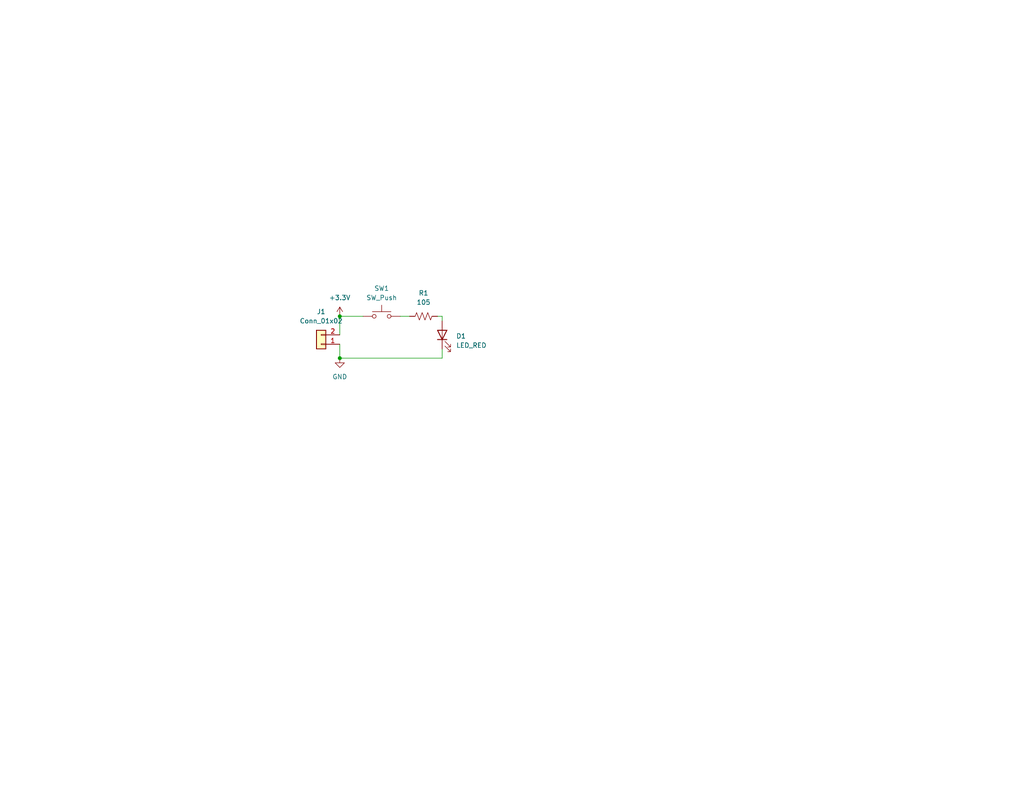
<source format=kicad_sch>
(kicad_sch (version 20231120) (generator "eeschema") (generator_version "8.0")
  (paper "USLetter")
  (title_block (title "LED PROJECT") (date "2022-08-16") (rev "1.0") (company "Illini Solar Car") (comment 1 "Designed By: Rishi Deshpande"))
  (lib_symbols
    (symbol "Connector_Generic:Conn_01x02" (pin_names (offset 1.016) hide)
      (property "Reference" "J" (at 0 2.54 0))
      (property "Value" "Conn_01x02" (at 0 -5.08 0))
      (symbol "Conn_01x02_1_1"
        (rectangle (start -1.27 -2.413) (end 0 -2.667) (stroke (width 0.1524)))
        (rectangle (start -1.27 0.127) (end 0 -0.127) (stroke (width 0.1524)))
        (rectangle (start -1.27 1.27) (end 1.27 -3.81) (stroke (width 0.254)) (fill (type background)))
        (pin passive line (at -5.08 0 0) (length 3.81) (name "Pin_1") (number "1"))
        (pin passive line (at -5.08 -2.54 0) (length 3.81) (name "Pin_2") (number "2"))
      )
    )
    (symbol "Device:LED" (pin_numbers hide) (pin_names (offset 1.016) hide)
      (property "Reference" "D" (at 0 2.54 0))
      (property "Value" "LED" (at 0 -2.54 0))
      (symbol "LED_0_1"
        (polyline (pts (xy -1.27 -1.27) (xy -1.27 1.27)) (stroke (width 0.254)))
        (polyline (pts (xy -1.27 0) (xy 1.27 0)))
        (polyline (pts (xy 1.27 -1.27) (xy 1.27 1.27) (xy -1.27 0) (xy 1.27 -1.27)) (stroke (width 0.254)))
        (polyline (pts (xy -3.048 -0.762) (xy -4.572 -2.286) (xy -3.81 -2.286) (xy -4.572 -2.286) (xy -4.572 -1.524)))
        (polyline (pts (xy -1.778 -0.762) (xy -3.302 -2.286) (xy -2.54 -2.286) (xy -3.302 -2.286) (xy -3.302 -1.524)))
      )
      (symbol "LED_1_1"
        (pin passive line (at -3.81 0 0) (length 2.54) (name "K") (number "1"))
        (pin passive line (at 3.81 0 180) (length 2.54) (name "A") (number "2"))
      )
    )
    (symbol "Device:R_US" (pin_numbers hide) (pin_names (offset 0))
      (property "Reference" "R" (at 2.54 0 90))
      (property "Value" "R_US" (at -2.54 0 90))
      (symbol "R_US_0_1"
        (polyline (pts (xy 0 -2.286) (xy 0 -2.54)))
        (polyline (pts (xy 0 2.286) (xy 0 2.54)))
        (polyline (pts (xy 0 -0.762) (xy 1.016 -1.143) (xy 0 -1.524) (xy -1.016 -1.905) (xy 0 -2.286)))
        (polyline (pts (xy 0 0.762) (xy 1.016 0.381) (xy 0 0) (xy -1.016 -0.381) (xy 0 -0.762)))
        (polyline (pts (xy 0 2.286) (xy 1.016 1.905) (xy 0 1.524) (xy -1.016 1.143) (xy 0 0.762)))
      )
      (symbol "R_US_1_1"
        (pin passive line (at 0 3.81 270) (length 1.27) (name "~") (number "1"))
        (pin passive line (at 0 -3.81 90) (length 1.27) (name "~") (number "2"))
      )
    )
    (symbol "Switch:SW_Push" (pin_numbers hide) (pin_names (offset 1.016) hide)
      (property "Reference" "SW" (at 1.27 2.54 0))
      (property "Value" "SW_Push" (at 0 -1.524 0))
      (symbol "SW_Push_0_1"
        (circle (center -2.032 0) (radius 0.508))
        (polyline (pts (xy 0 1.27) (xy 0 3.048)))
        (polyline (pts (xy 2.54 1.27) (xy -2.54 1.27)))
        (circle (center 2.032 0) (radius 0.508))
        (pin passive line (at -5.08 0 0) (length 2.54) (name "1") (number "1"))
        (pin passive line (at 5.08 0 180) (length 2.54) (name "2") (number "2"))
      )
    )
    (symbol "power:+3.3V" (power) (pin_names (offset 0))
      (property "Value" "+3.3V" (at 0 3.556 0))
      (symbol "+3.3V_0_1"
        (polyline (pts (xy -0.762 1.27) (xy 0 2.54)))
        (polyline (pts (xy 0 0) (xy 0 2.54)))
        (polyline (pts (xy 0 2.54) (xy 0.762 1.27)))
      )
      (symbol "+3.3V_1_1"
        (pin power_in line (at 0 0 90) (length 0) hide (name "+3V3") (number "1"))
      )
    )
    (symbol "power:GND" (power) (pin_names (offset 0))
      (property "Value" "GND" (at 0 -3.81 0))
      (symbol "GND_0_1"
        (polyline (pts (xy 0 0) (xy 0 -1.27) (xy 1.27 -1.27) (xy 0 -2.54) (xy -1.27 -1.27) (xy 0 -1.27)))
      )
      (symbol "GND_1_1"
        (pin power_in line (at 0 0 270) (length 0) hide (name "GND") (number "1"))
      )
    )
  )
  (junction (at 92.71 97.79))
  (junction (at 92.71 86.36))
  (wire (pts (xy 92.71 86.36) (xy 99.06 86.36)))
  (wire (pts (xy 120.65 97.79) (xy 120.65 95.25)))
  (wire (pts (xy 120.65 86.36) (xy 120.65 87.63)))
  (wire (pts (xy 92.71 86.36) (xy 92.71 91.44)))
  (wire (pts (xy 92.71 97.79) (xy 120.65 97.79)))
  (wire (pts (xy 92.71 93.98) (xy 92.71 97.79)))
  (wire (pts (xy 119.38 86.36) (xy 120.65 86.36)))
  (wire (pts (xy 109.22 86.36) (xy 111.76 86.36)))
  (symbol (lib_id "power:GND") (at 92.71 97.79 0) (unit 1)
    (property "Reference" "#PWR02" (effects (hide yes)))
    (property "Value" "GND" (at 92.71 102.87 0))
    (property "Description" "Power symbol creates a global label with name \"GND\" , ground" (effects (hide yes)))
  )
  (symbol (lib_id "Device:LED") (at 120.65 91.44 90) (unit 1)
    (property "Reference" "D1" (at 124.46 91.7574 90) (effects (justify right)))
    (property "Value" "LED_RED" (at 124.46 94.2974 90) (effects (justify right)))
    (property "Footprint" "layout:LED_0603_Symbol_on_F.SilkS" (effects (hide yes)))
    (property "Description" "Light emitting diode" (effects (hide yes)))
  )
  (symbol (lib_id "Switch:SW_Push") (at 104.14 86.36 0) (unit 1)
    (property "Reference" "SW1" (at 104.14 78.74 0))
    (property "Value" "SW_Push" (at 104.14 81.28 0))
    (property "Footprint" "Button_Switch_SMD:SW_DIP_SPSTx01_Slide_6.7x4.1mm_W8.61mm_P2.54mm_LowProfile" (effects (hide yes)))
    (property "Datasheet" "https://www.te.com/commerce/DocumentDelivery/DDEController?Action=srchrtrv&DocNm=1308111-1_SWITCHES_CORE_PROGRAM_CATALOG&DocType=Catalog%20Section&DocLang=English&DocFormat=pdf&PartCntxt=1825910-6" (effects (hide yes)))
    (property "Description" "Push button switch, generic, two pins" (effects (hide yes)))
    (property "MPN" "1825910-6" (effects (hide yes)))
  )
  (symbol (lib_id "Device:R_US") (at 115.57 86.36 90) (unit 1)
    (property "Reference" "R1" (at 115.57 80.01 90))
    (property "Value" "105" (at 115.57 82.55 90))
    (property "Footprint" "Resistor_SMD:R_0603_1608Metric_Pad0.98x0.95mm_HandSolder" (effects (hide yes)))
    (property "Description" "Resistor, US symbol" (effects (hide yes)))
  )
  (symbol (lib_id "Connector_Generic:Conn_01x02") (at 87.63 93.98 180) (unit 1)
    (property "Reference" "J1" (at 87.63 85.09 0))
    (property "Value" "Conn_01x02" (at 87.63 87.63 0))
    (property "Footprint" "Connector_Molex:Molex_KK-254_AE-6410-02A_1x02_P2.54mm_Vertical" (effects (hide yes)))
    (property "Datasheet" "https://www.molex.com/content/dam/molex/molex-dot-com/products/automated/en-us/salesdrawingpdf/641/6410/022272021_sd.pdf?inline" (effects (hide yes)))
    (property "Description" "Generic connector, single row, 01x02, script generated (kicad-library-utils/schlib/autogen/connector/)" (effects (hide yes)))
    (property "MPN" "022272021" (effects (hide yes)))
  )
  (symbol (lib_id "power:+3.3V") (at 92.71 86.36 0) (unit 1)
    (property "Reference" "#PWR01" (effects (hide yes)))
    (property "Value" "+3.3V" (at 92.71 81.28 0))
    (property "Description" "Power symbol creates a global label with name \"+3.3V\"" (effects (hide yes)))
  )
)
</source>
